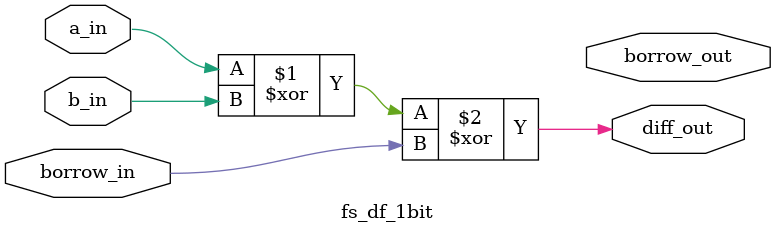
<source format=v>
module fs_df_1bit (input a_in,b_in,borrow_in, output diff_out, borrow_out);

assign diff_out = a_in ^ b_in ^ borrow_in;
assign carry_out = ~a_in & b_in | (~a_in | b_in) & borrow_in;

endmodule
</source>
